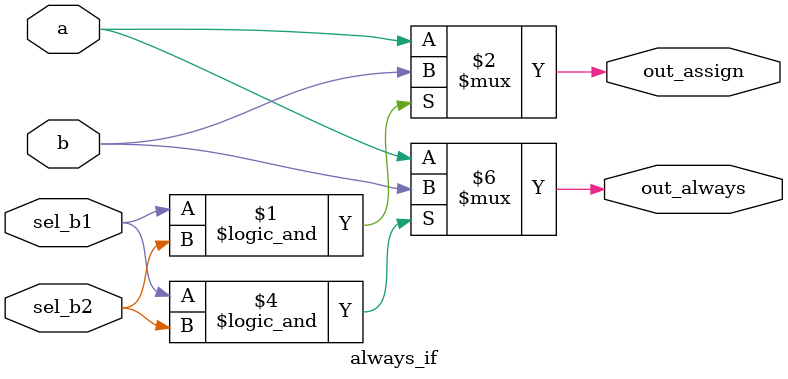
<source format=sv>
module always_if 
(
  input a,
  input b,
  input sel_b1,
  input sel_b2,
  output wire out_assign,
  output reg out_always
);

  assign out_assign = (sel_b1 && sel_b2) ? b : a;

  always @(*) begin 
    if (sel_b1 && sel_b2) begin
      out_always = b;
    end
    else begin
      out_always = a;
    end
  end

endmodule
</source>
